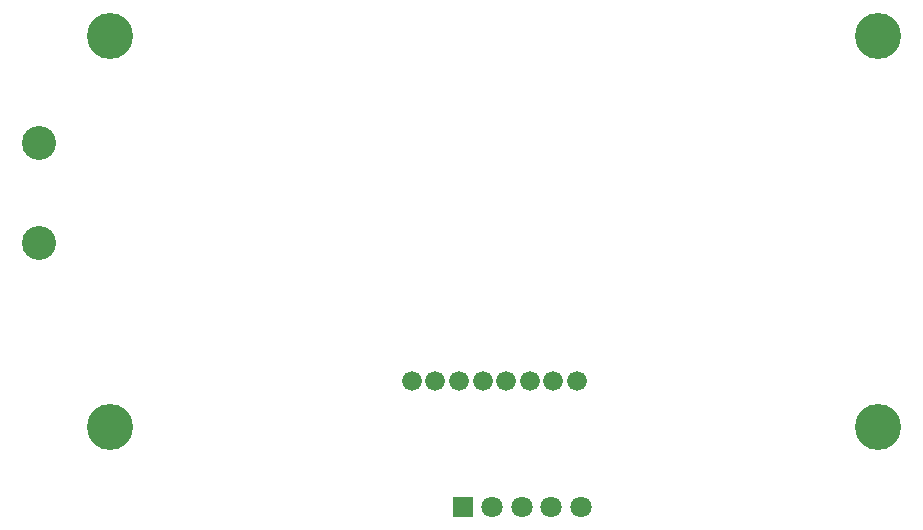
<source format=gbs>
G04*
G04 #@! TF.GenerationSoftware,Altium Limited,Altium Designer,20.1.11 (218)*
G04*
G04 Layer_Color=16711935*
%FSLAX25Y25*%
%MOIN*%
G70*
G04*
G04 #@! TF.SameCoordinates,DDD296A5-092D-4BAE-9FCA-48E2803F740F*
G04*
G04*
G04 #@! TF.FilePolarity,Negative*
G04*
G01*
G75*
%ADD17C,0.15354*%
%ADD18C,0.11339*%
%ADD19C,0.06591*%
%ADD20R,0.07087X0.07087*%
%ADD21C,0.07087*%
D17*
X287268Y180961D02*
D03*
X31362D02*
D03*
X287268Y50646D02*
D03*
X31362D02*
D03*
D18*
X7543Y145331D02*
D03*
Y111866D02*
D03*
D19*
X131756Y66000D02*
D03*
X139630D02*
D03*
X147504D02*
D03*
X155378D02*
D03*
X163252D02*
D03*
X171126D02*
D03*
X179000D02*
D03*
X186874D02*
D03*
D20*
X148815Y24000D02*
D03*
D21*
X158658D02*
D03*
X168500D02*
D03*
X178342D02*
D03*
X188185D02*
D03*
M02*

</source>
